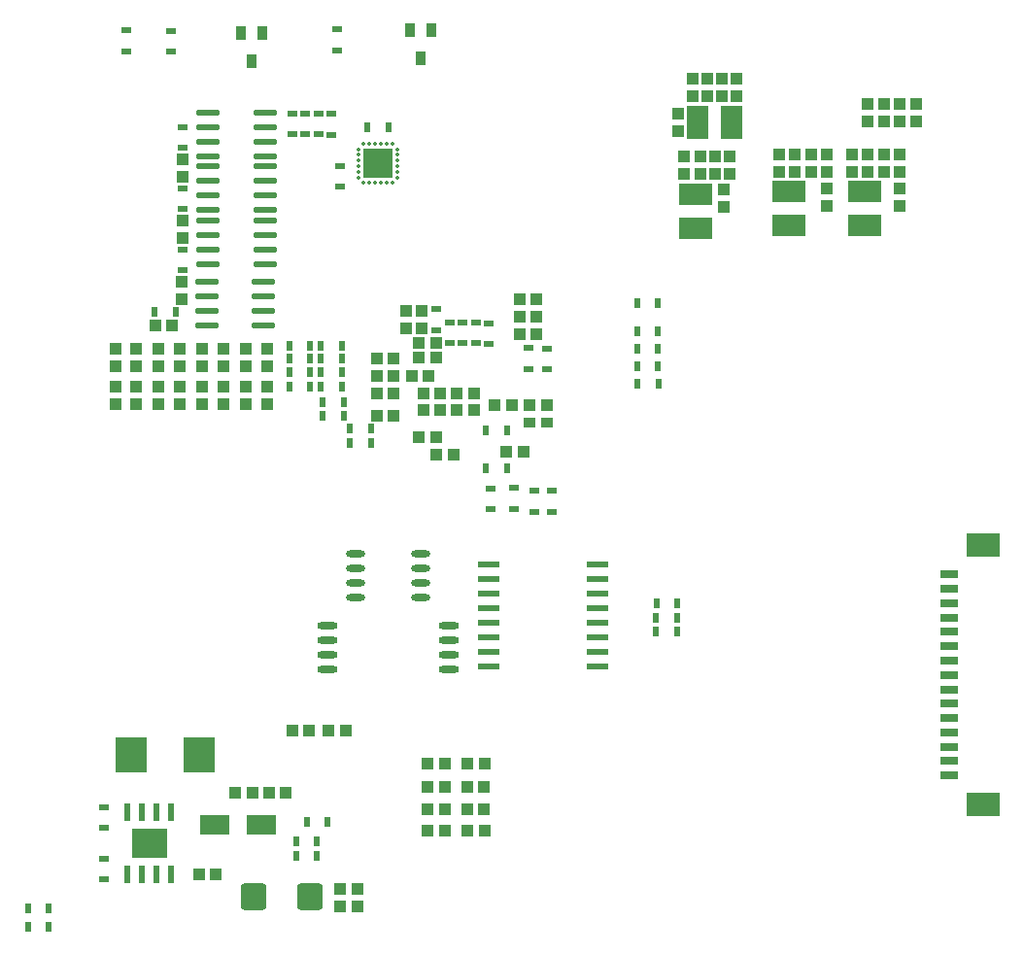
<source format=gbr>
G04*
G04 #@! TF.GenerationSoftware,Altium Limited,Altium Designer,24.1.2 (44)*
G04*
G04 Layer_Color=128*
%FSLAX44Y44*%
%MOMM*%
G71*
G04*
G04 #@! TF.SameCoordinates,8DB790BD-C0D2-442E-8808-D1DB86FAA070*
G04*
G04*
G04 #@! TF.FilePolarity,Positive*
G04*
G01*
G75*
%ADD23R,0.6000X0.9000*%
%ADD31R,1.6000X0.8000*%
%ADD32R,3.0000X2.1000*%
%ADD37R,0.8500X1.2000*%
%ADD40R,1.0000X1.0500*%
%ADD41R,1.0500X1.0000*%
%ADD46R,0.9000X0.6000*%
G04:AMPARAMS|DCode=49|XSize=2.24mm|YSize=2.32mm|CornerRadius=0.28mm|HoleSize=0mm|Usage=FLASHONLY|Rotation=180.000|XOffset=0mm|YOffset=0mm|HoleType=Round|Shape=RoundedRectangle|*
%AMROUNDEDRECTD49*
21,1,2.2400,1.7600,0,0,180.0*
21,1,1.6800,2.3200,0,0,180.0*
1,1,0.5600,-0.8400,0.8800*
1,1,0.5600,0.8400,0.8800*
1,1,0.5600,0.8400,-0.8800*
1,1,0.5600,-0.8400,-0.8800*
%
%ADD49ROUNDEDRECTD49*%
%ADD54R,2.5000X1.7000*%
G04:AMPARAMS|DCode=135|XSize=1.96mm|YSize=0.57mm|CornerRadius=0.1397mm|HoleSize=0mm|Usage=FLASHONLY|Rotation=180.000|XOffset=0mm|YOffset=0mm|HoleType=Round|Shape=RoundedRectangle|*
%AMROUNDEDRECTD135*
21,1,1.9600,0.2907,0,0,180.0*
21,1,1.6807,0.5700,0,0,180.0*
1,1,0.2793,-0.8404,0.1454*
1,1,0.2793,0.8404,0.1454*
1,1,0.2793,0.8404,-0.1454*
1,1,0.2793,-0.8404,-0.1454*
%
%ADD135ROUNDEDRECTD135*%
%ADD136R,1.9000X0.6000*%
%ADD137R,3.0000X1.8500*%
%ADD138R,1.8500X3.0000*%
%ADD139R,2.5000X2.5000*%
%ADD140O,0.4000X0.3500*%
%ADD141O,0.3500X0.4000*%
%ADD142O,1.8000X0.6000*%
%ADD143O,1.6500X0.6000*%
%ADD144R,3.1000X2.6000*%
%ADD145R,0.6000X1.5500*%
%ADD146R,2.7000X3.1000*%
%ADD147R,1.0000X0.9700*%
D23*
X1453772Y1347471D02*
D03*
X1471931Y1347470D02*
D03*
X1909188Y1093469D02*
D03*
X1891029Y1093470D02*
D03*
X1890652Y1080771D02*
D03*
X1908811Y1080770D02*
D03*
X1890652Y1069341D02*
D03*
X1908811Y1069340D02*
D03*
X1639192Y1508761D02*
D03*
X1657351Y1508760D02*
D03*
X1589148Y1295399D02*
D03*
X1570989Y1295400D02*
D03*
X1598552Y1295401D02*
D03*
X1616711Y1295400D02*
D03*
X1598552Y1318261D02*
D03*
X1616711Y1318260D02*
D03*
X1589148Y1318259D02*
D03*
X1570989Y1318260D02*
D03*
X1598552Y1306831D02*
D03*
X1616711Y1306830D02*
D03*
X1589148Y1306829D02*
D03*
X1570989Y1306830D02*
D03*
X1589148Y1282699D02*
D03*
X1570989Y1282700D02*
D03*
X1598552Y1282701D02*
D03*
X1616711Y1282700D02*
D03*
X1874142Y1330961D02*
D03*
X1892301Y1330960D02*
D03*
X1874142Y1355091D02*
D03*
X1892301Y1355090D02*
D03*
X1874142Y1315721D02*
D03*
X1892301Y1315720D02*
D03*
X1874142Y1300481D02*
D03*
X1892301Y1300480D02*
D03*
X1874520Y1285240D02*
D03*
X1892679Y1285239D02*
D03*
X1343282Y828041D02*
D03*
X1361441Y828040D02*
D03*
X1343282Y811531D02*
D03*
X1361441Y811530D02*
D03*
X1604378Y902969D02*
D03*
X1586219Y902970D02*
D03*
X1576952Y886461D02*
D03*
X1595111Y886460D02*
D03*
X1576952Y873761D02*
D03*
X1595111Y873760D02*
D03*
X1760598Y1244599D02*
D03*
X1742439Y1244600D02*
D03*
X1760598Y1211579D02*
D03*
X1742439Y1211580D02*
D03*
X1623952Y1245871D02*
D03*
X1642111Y1245870D02*
D03*
X1623952Y1233171D02*
D03*
X1642111Y1233170D02*
D03*
X1618358Y1268729D02*
D03*
X1600199Y1268730D02*
D03*
X1618358Y1257299D02*
D03*
X1600199Y1257300D02*
D03*
D31*
X2146430Y943740D02*
D03*
Y956240D02*
D03*
Y968740D02*
D03*
Y981240D02*
D03*
Y993740D02*
D03*
Y1006240D02*
D03*
Y1018740D02*
D03*
Y1031240D02*
D03*
Y1043740D02*
D03*
Y1056240D02*
D03*
Y1068740D02*
D03*
Y1081240D02*
D03*
Y1093740D02*
D03*
Y1106240D02*
D03*
Y1118740D02*
D03*
D32*
X2175430Y1144240D02*
D03*
Y918240D02*
D03*
D37*
X1685341Y1568650D02*
D03*
X1675892Y1593596D02*
D03*
X1695145Y1593650D02*
D03*
X1538021Y1566110D02*
D03*
X1528572Y1591056D02*
D03*
X1547825Y1591110D02*
D03*
D40*
X1910080Y1520070D02*
D03*
Y1505070D02*
D03*
X1477010Y1373900D02*
D03*
Y1358900D02*
D03*
X1478280Y1427360D02*
D03*
Y1412360D02*
D03*
Y1480700D02*
D03*
Y1465700D02*
D03*
X1513840Y1315600D02*
D03*
Y1300600D02*
D03*
X1437640Y1315600D02*
D03*
Y1300600D02*
D03*
X1456690Y1315600D02*
D03*
Y1300600D02*
D03*
X1494790Y1282580D02*
D03*
Y1267580D02*
D03*
X1456690Y1282580D02*
D03*
Y1267580D02*
D03*
X1419860Y1315600D02*
D03*
Y1300600D02*
D03*
X1437640Y1282580D02*
D03*
Y1267580D02*
D03*
X1551940Y1282580D02*
D03*
Y1267580D02*
D03*
X1532890Y1282580D02*
D03*
Y1267580D02*
D03*
Y1315600D02*
D03*
Y1300600D02*
D03*
X1551940Y1315600D02*
D03*
Y1300600D02*
D03*
X1475740Y1282580D02*
D03*
Y1267580D02*
D03*
X1419860Y1282580D02*
D03*
Y1267580D02*
D03*
X1513840Y1282580D02*
D03*
Y1267580D02*
D03*
X1475740Y1315600D02*
D03*
Y1300600D02*
D03*
X1494790Y1315600D02*
D03*
Y1300600D02*
D03*
X1929130Y1483240D02*
D03*
Y1468240D02*
D03*
X1922780Y1550550D02*
D03*
Y1535550D02*
D03*
X2075180Y1513960D02*
D03*
Y1528960D02*
D03*
X2061210Y1484510D02*
D03*
Y1469510D02*
D03*
X1935480Y1550550D02*
D03*
Y1535550D02*
D03*
X2039620Y1484510D02*
D03*
Y1469510D02*
D03*
X2103120Y1440300D02*
D03*
Y1455300D02*
D03*
Y1469510D02*
D03*
Y1484510D02*
D03*
X2075180Y1469630D02*
D03*
Y1484630D02*
D03*
X2089150Y1469630D02*
D03*
Y1484630D02*
D03*
X1948180Y1535550D02*
D03*
Y1550550D02*
D03*
X1960880Y1535550D02*
D03*
Y1550550D02*
D03*
X1941830Y1468240D02*
D03*
Y1483240D02*
D03*
X1954530Y1468240D02*
D03*
Y1483240D02*
D03*
X1949450Y1439030D02*
D03*
Y1454030D02*
D03*
X1915160Y1468240D02*
D03*
Y1483240D02*
D03*
X2039620Y1440300D02*
D03*
Y1455300D02*
D03*
X2025650Y1469630D02*
D03*
Y1484630D02*
D03*
X1997710Y1469510D02*
D03*
Y1484510D02*
D03*
X2011680Y1469630D02*
D03*
Y1484630D02*
D03*
X2089150Y1528960D02*
D03*
Y1513960D02*
D03*
X2117090Y1528960D02*
D03*
Y1513960D02*
D03*
X2103120Y1528960D02*
D03*
Y1513960D02*
D03*
X1686560Y1333620D02*
D03*
Y1348620D02*
D03*
X1672590Y1348620D02*
D03*
Y1333620D02*
D03*
D41*
X1454270Y1336040D02*
D03*
X1469270D02*
D03*
X1741170Y953770D02*
D03*
X1726170D02*
D03*
X1691880D02*
D03*
X1706880D02*
D03*
X1741050Y933450D02*
D03*
X1726050D02*
D03*
X1741050Y914400D02*
D03*
X1726050D02*
D03*
X1691880D02*
D03*
X1706880D02*
D03*
X1691880Y933450D02*
D03*
X1706880D02*
D03*
X1691760Y895350D02*
D03*
X1706760D02*
D03*
X1741170D02*
D03*
X1726170D02*
D03*
X1620400Y982980D02*
D03*
X1605400D02*
D03*
X1588650D02*
D03*
X1573650D02*
D03*
X1615560Y829310D02*
D03*
X1630560D02*
D03*
X1630560Y844550D02*
D03*
X1615560D02*
D03*
X1507360Y857250D02*
D03*
X1492360D02*
D03*
X1568320Y928370D02*
D03*
X1553320D02*
D03*
X1539110D02*
D03*
X1524110D02*
D03*
X1775340Y1225550D02*
D03*
X1760340D02*
D03*
X1647310Y1306830D02*
D03*
X1662310D02*
D03*
X1662310Y1291590D02*
D03*
X1647310D02*
D03*
X1647310Y1257300D02*
D03*
X1662310D02*
D03*
X1717160Y1262380D02*
D03*
X1732160D02*
D03*
X1687830Y1276350D02*
D03*
X1702830D02*
D03*
X1717160D02*
D03*
X1732160D02*
D03*
X1687950Y1262380D02*
D03*
X1702950D02*
D03*
X1765180Y1266190D02*
D03*
X1750180D02*
D03*
X1795660D02*
D03*
X1780660D02*
D03*
X1786770Y1328420D02*
D03*
X1771770D02*
D03*
X1662310Y1276350D02*
D03*
X1647310D02*
D03*
X1684140Y1320800D02*
D03*
X1699140D02*
D03*
X1699140Y1308100D02*
D03*
X1684140D02*
D03*
X1699140Y1238250D02*
D03*
X1684140D02*
D03*
X1786770Y1358900D02*
D03*
X1771770D02*
D03*
X1677790Y1291590D02*
D03*
X1692790D02*
D03*
X1771770Y1343660D02*
D03*
X1786770D02*
D03*
X1699380Y1223010D02*
D03*
X1714380D02*
D03*
D46*
X1428751Y1592958D02*
D03*
X1428750Y1574799D02*
D03*
X1612899Y1575692D02*
D03*
X1612900Y1593851D02*
D03*
X1596391Y1520568D02*
D03*
X1596390Y1502409D02*
D03*
X1607819Y1502032D02*
D03*
X1607820Y1520191D02*
D03*
X1468119Y1574422D02*
D03*
X1468120Y1592581D02*
D03*
X1584961Y1520568D02*
D03*
X1584960Y1502409D02*
D03*
X1573531Y1520568D02*
D03*
X1573530Y1502409D02*
D03*
X1478279Y1383922D02*
D03*
X1478280Y1402081D02*
D03*
X1478279Y1437262D02*
D03*
X1478280Y1455421D02*
D03*
X1478279Y1490602D02*
D03*
X1478280Y1508761D02*
D03*
X1795779Y1297562D02*
D03*
X1795780Y1315721D02*
D03*
X1615441Y1474848D02*
D03*
X1615440Y1456689D02*
D03*
X1779270Y1297939D02*
D03*
X1779271Y1316098D02*
D03*
X1744981Y1337688D02*
D03*
X1744980Y1319529D02*
D03*
X1733549Y1320422D02*
D03*
X1733550Y1338581D02*
D03*
X1710689Y1320422D02*
D03*
X1710690Y1338581D02*
D03*
X1722119Y1320422D02*
D03*
X1722120Y1338581D02*
D03*
X1699259Y1331852D02*
D03*
X1699260Y1350011D02*
D03*
X1784351Y1191638D02*
D03*
X1784350Y1173479D02*
D03*
X1799591Y1191638D02*
D03*
X1799590Y1173479D02*
D03*
X1766571Y1194178D02*
D03*
X1766570Y1176019D02*
D03*
X1746249Y1175642D02*
D03*
X1746250Y1193801D02*
D03*
X1409689Y853062D02*
D03*
X1409690Y871221D02*
D03*
X1409691Y916048D02*
D03*
X1409690Y897889D02*
D03*
D49*
X1588980Y838200D02*
D03*
X1540280D02*
D03*
D54*
X1506530Y900430D02*
D03*
X1546530D02*
D03*
D135*
X1499300Y1374140D02*
D03*
Y1361440D02*
D03*
Y1348740D02*
D03*
Y1336040D02*
D03*
X1548700D02*
D03*
Y1348740D02*
D03*
Y1361440D02*
D03*
Y1374140D02*
D03*
X1500570Y1427480D02*
D03*
Y1414780D02*
D03*
Y1402080D02*
D03*
Y1389380D02*
D03*
X1549970D02*
D03*
Y1402080D02*
D03*
Y1414780D02*
D03*
Y1427480D02*
D03*
X1500570Y1474470D02*
D03*
Y1461770D02*
D03*
Y1449070D02*
D03*
Y1436370D02*
D03*
X1549970D02*
D03*
Y1449070D02*
D03*
Y1461770D02*
D03*
Y1474470D02*
D03*
X1500570Y1521460D02*
D03*
Y1508760D02*
D03*
Y1496060D02*
D03*
Y1483360D02*
D03*
X1549970D02*
D03*
Y1496060D02*
D03*
Y1508760D02*
D03*
Y1521460D02*
D03*
D136*
X1839980Y1127760D02*
D03*
Y1115060D02*
D03*
Y1102360D02*
D03*
Y1089660D02*
D03*
Y1076960D02*
D03*
Y1064260D02*
D03*
Y1051560D02*
D03*
Y1038860D02*
D03*
X1744980Y1127760D02*
D03*
Y1115060D02*
D03*
Y1102360D02*
D03*
Y1089660D02*
D03*
Y1064260D02*
D03*
Y1051560D02*
D03*
Y1038860D02*
D03*
Y1076960D02*
D03*
D137*
X2072640Y1422890D02*
D03*
Y1452390D02*
D03*
X1925320Y1449850D02*
D03*
Y1420350D02*
D03*
X2006600Y1452390D02*
D03*
Y1422890D02*
D03*
D138*
X1956580Y1512570D02*
D03*
X1927080D02*
D03*
D139*
X1648460Y1477010D02*
D03*
D140*
X1665460Y1464510D02*
D03*
Y1469510D02*
D03*
Y1474510D02*
D03*
Y1479510D02*
D03*
Y1484510D02*
D03*
Y1489510D02*
D03*
X1631460D02*
D03*
Y1484510D02*
D03*
Y1479510D02*
D03*
Y1474510D02*
D03*
Y1469510D02*
D03*
Y1464510D02*
D03*
D141*
X1660960Y1494010D02*
D03*
X1655960D02*
D03*
X1650960D02*
D03*
X1645960D02*
D03*
X1640960D02*
D03*
X1635960D02*
D03*
Y1460010D02*
D03*
X1640960D02*
D03*
X1645960D02*
D03*
X1650960D02*
D03*
X1655960D02*
D03*
X1660960D02*
D03*
D142*
X1604350Y1036320D02*
D03*
Y1049020D02*
D03*
Y1061720D02*
D03*
Y1074420D02*
D03*
X1710350Y1036320D02*
D03*
Y1049020D02*
D03*
Y1061720D02*
D03*
Y1074420D02*
D03*
D143*
X1685600Y1136650D02*
D03*
Y1123950D02*
D03*
Y1111250D02*
D03*
Y1098550D02*
D03*
X1629100Y1136650D02*
D03*
Y1123950D02*
D03*
Y1111250D02*
D03*
Y1098550D02*
D03*
D144*
X1449060Y884250D02*
D03*
D145*
X1430010Y911250D02*
D03*
X1442710D02*
D03*
X1455410D02*
D03*
X1468110D02*
D03*
X1430010Y857250D02*
D03*
X1442710D02*
D03*
X1455410D02*
D03*
X1468110D02*
D03*
D146*
X1433530Y961390D02*
D03*
X1492530D02*
D03*
D147*
X1780810Y1250950D02*
D03*
X1795510D02*
D03*
M02*

</source>
